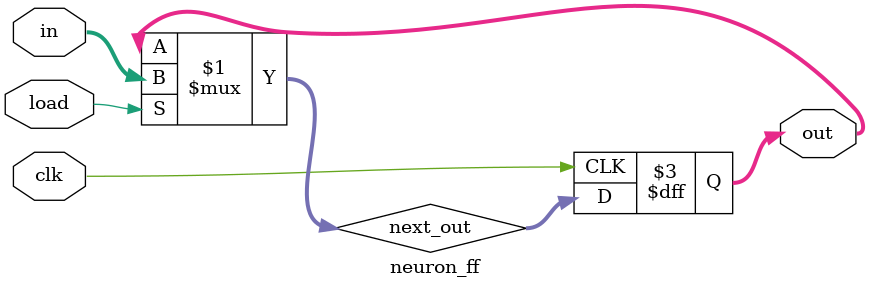
<source format=sv>
module neuron_ff(clk, load, in, out); 
  parameter n = 9;  // width
  input clk, load;
  input [n-1:0] in;
  output [n-1:0] out;
  reg [n-1:0] out;
  wire [n-1:0] next_out;

  assign next_out = (load ? in : out);

  always @(posedge clk)
    out = next_out;
endmodule 


</source>
